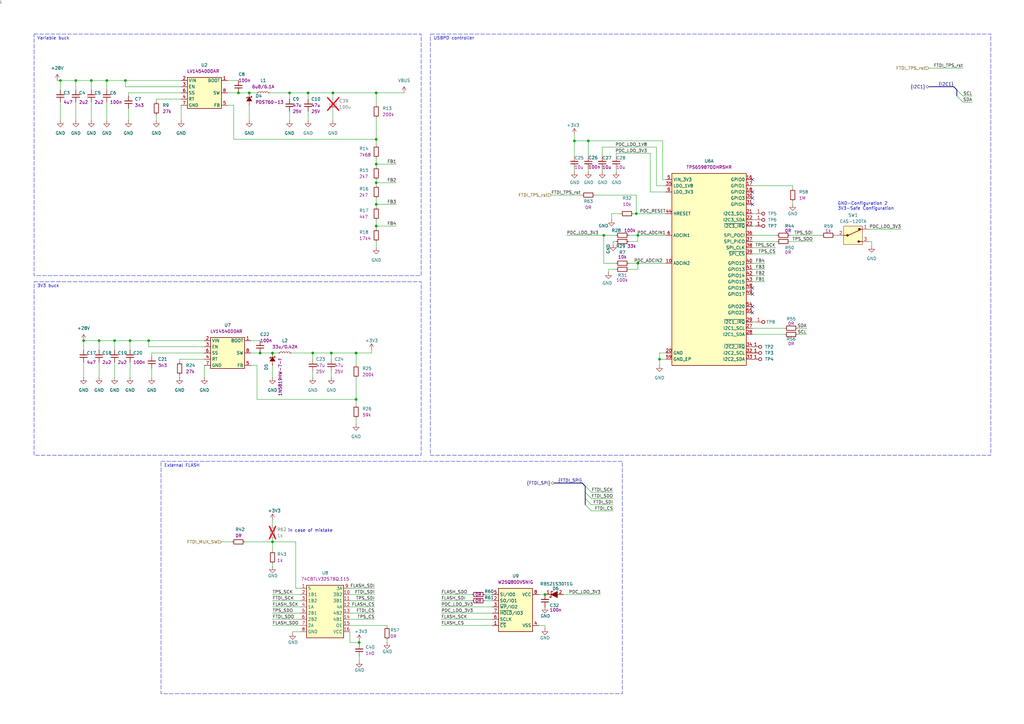
<source format=kicad_sch>
(kicad_sch (version 20230121) (generator eeschema)
  (paper "A3")
  (junction (at 235.585 57.785))
  (junction (at 34.29 139.7))
  (junction (at 51.435 33.02))
  (junction (at 135.89 144.78))
  (junction (at 24.765 33.02))
  (junction (at 106.68 144.78))
  (junction (at 111.76 144.78))
  (junction (at 136.525 38.1))
  (junction (at 223.52 243.84))
  (junction (at 154.305 83.82))
  (junction (at 53.34 139.7))
  (junction (at 146.05 144.78))
  (junction (at 111.76 222.25))
  (junction (at 146.05 163.83))
  (junction (at 128.27 144.78))
  (junction (at 154.305 67.31))
  (junction (at 102.235 38.1))
  (junction (at 37.465 33.02))
  (junction (at 260.985 87.63))
  (junction (at 270.51 147.32))
  (junction (at 97.79 38.1))
  (junction (at 60.96 139.7))
  (junction (at 40.64 139.7))
  (junction (at 118.745 38.1))
  (junction (at 154.305 57.15))
  (junction (at 126.365 38.1))
  (junction (at 31.115 33.02))
  (junction (at 154.305 92.71))
  (junction (at 147.32 263.525))
  (junction (at 247.65 96.52))
  (junction (at 154.305 38.1))
  (junction (at 43.815 33.02))
  (junction (at 241.3 57.785))
  (junction (at 46.99 139.7))
  (junction (at 154.305 74.93))
  (junction (at 261.62 96.52))
  (junction (at 261.62 107.95))
  (no_connect (at 308.61 78.74))
  (no_connect (at 308.61 120.65))
  (no_connect (at 308.61 73.66))
  (no_connect (at 308.61 128.27))
  (no_connect (at 308.61 83.82))
  (no_connect (at 308.61 118.11))
  (no_connect (at 308.61 81.28))
  (no_connect (at 308.61 125.73))
  (bus_entry (at 242.57 207.01) (size -2.54 -2.54))
  (bus_entry (at 242.57 201.93) (size -2.54 -2.54))
  (bus_entry (at 242.57 209.55) (size -2.54 -2.54))
  (bus_entry (at 242.57 204.47) (size -2.54 -2.54))
  (bus_entry (at 392.43 39.37) (size 2.54 2.54))
  (bus_entry (at 392.43 36.83) (size 2.54 2.54))
  (bus_alias "I2C1" (members "SCL" "SDA"))
  (wire (pts (xy 102.235 43.18) (xy 102.235 49.53)))
  (wire (pts (xy 252.73 99.06) (xy 251.46 99.06)))
  (wire (pts (xy 147.32 263.525) (xy 147.32 262.89)))
  (wire (pts (xy 93.345 33.02) (xy 97.79 33.02)))
  (wire (pts (xy 40.64 148.59) (xy 40.64 154.94)))
  (wire (pts (xy 46.99 139.7) (xy 53.34 139.7)))
  (wire (pts (xy 62.23 144.78) (xy 83.82 144.78)))
  (wire (pts (xy 53.34 139.7) (xy 60.96 139.7)))
  (wire (pts (xy 241.3 69.215) (xy 241.3 70.485)))
  (wire (pts (xy 308.61 90.17) (xy 309.88 90.17)))
  (wire (pts (xy 102.87 149.86) (xy 105.41 149.86)))
  (wire (pts (xy 223.52 243.84) (xy 220.98 243.84)))
  (wire (pts (xy 232.41 96.52) (xy 247.65 96.52)))
  (wire (pts (xy 118.745 38.1) (xy 126.365 38.1)))
  (wire (pts (xy 270.51 144.78) (xy 273.05 144.78)))
  (wire (pts (xy 220.98 256.54) (xy 223.52 256.54)))
  (wire (pts (xy 73.66 148.59) (xy 73.66 147.32)))
  (wire (pts (xy 242.57 209.55) (xy 251.46 209.55)))
  (wire (pts (xy 52.705 39.37) (xy 52.705 38.1)))
  (wire (pts (xy 37.465 33.02) (xy 43.815 33.02)))
  (bus (pts (xy 381 35.56) (xy 391.16 35.56)))
  (wire (pts (xy 247.65 96.52) (xy 247.65 107.95)))
  (wire (pts (xy 126.365 38.1) (xy 126.365 40.64)))
  (wire (pts (xy 308.61 113.03) (xy 313.69 113.03)))
  (wire (pts (xy 247.65 107.95) (xy 252.73 107.95)))
  (wire (pts (xy 93.345 43.18) (xy 95.885 43.18)))
  (wire (pts (xy 146.05 154.94) (xy 146.05 163.83)))
  (wire (pts (xy 260.985 87.63) (xy 273.05 87.63)))
  (wire (pts (xy 261.62 110.49) (xy 261.62 107.95)))
  (wire (pts (xy 154.305 67.31) (xy 154.305 68.58)))
  (wire (pts (xy 43.815 33.02) (xy 51.435 33.02)))
  (wire (pts (xy 273.05 73.66) (xy 271.78 73.66)))
  (wire (pts (xy 51.435 33.02) (xy 74.295 33.02)))
  (wire (pts (xy 24.765 33.02) (xy 31.115 33.02)))
  (wire (pts (xy 126.365 38.1) (xy 136.525 38.1)))
  (wire (pts (xy 136.525 45.72) (xy 136.525 49.53)))
  (wire (pts (xy 152.4 144.78) (xy 146.05 144.78)))
  (wire (pts (xy 259.715 87.63) (xy 260.985 87.63)))
  (wire (pts (xy 23.495 33.02) (xy 24.765 33.02)))
  (wire (pts (xy 180.975 243.84) (xy 193.675 243.84)))
  (wire (pts (xy 273.05 78.74) (xy 266.7 78.74)))
  (wire (pts (xy 120.015 259.715) (xy 120.015 259.08)))
  (wire (pts (xy 261.62 96.52) (xy 261.62 99.06)))
  (wire (pts (xy 246.38 243.84) (xy 231.14 243.84)))
  (wire (pts (xy 43.815 36.83) (xy 43.815 33.02)))
  (wire (pts (xy 154.305 73.66) (xy 154.305 74.93)))
  (wire (pts (xy 105.41 163.83) (xy 146.05 163.83)))
  (wire (pts (xy 46.99 143.51) (xy 46.99 139.7)))
  (wire (pts (xy 146.05 144.78) (xy 146.05 149.86)))
  (wire (pts (xy 95.885 57.15) (xy 154.305 57.15)))
  (bus (pts (xy 392.43 36.83) (xy 391.16 35.56)))
  (wire (pts (xy 201.93 251.46) (xy 180.975 251.46)))
  (wire (pts (xy 111.76 149.86) (xy 111.76 154.94)))
  (wire (pts (xy 146.05 171.45) (xy 146.05 173.99)))
  (wire (pts (xy 93.345 38.1) (xy 97.79 38.1)))
  (bus (pts (xy 240.03 199.39) (xy 238.76 198.12)))
  (wire (pts (xy 260.985 87.63) (xy 260.985 80.01)))
  (wire (pts (xy 249.555 110.49) (xy 252.73 110.49)))
  (wire (pts (xy 31.115 33.02) (xy 37.465 33.02)))
  (wire (pts (xy 62.23 146.05) (xy 62.23 144.78)))
  (wire (pts (xy 53.34 143.51) (xy 53.34 139.7)))
  (wire (pts (xy 241.3 57.785) (xy 271.78 57.785)))
  (wire (pts (xy 43.815 41.91) (xy 43.815 49.53)))
  (wire (pts (xy 394.97 39.37) (xy 398.78 39.37)))
  (wire (pts (xy 121.285 222.25) (xy 121.285 241.3)))
  (bus (pts (xy 240.03 199.39) (xy 240.03 201.93)))
  (wire (pts (xy 154.305 67.31) (xy 162.56 67.31)))
  (wire (pts (xy 64.135 49.53) (xy 64.135 46.99)))
  (wire (pts (xy 242.57 201.93) (xy 251.46 201.93)))
  (wire (pts (xy 154.305 81.28) (xy 154.305 83.82)))
  (wire (pts (xy 34.29 139.7) (xy 40.64 139.7)))
  (wire (pts (xy 24.765 36.83) (xy 24.765 33.02)))
  (wire (pts (xy 111.76 256.54) (xy 123.19 256.54)))
  (wire (pts (xy 308.61 96.52) (xy 318.77 96.52)))
  (wire (pts (xy 46.99 148.59) (xy 46.99 154.94)))
  (wire (pts (xy 308.61 137.16) (xy 321.945 137.16)))
  (wire (pts (xy 135.89 152.4) (xy 135.89 154.94)))
  (wire (pts (xy 269.24 60.325) (xy 269.24 76.2)))
  (wire (pts (xy 73.66 147.32) (xy 83.82 147.32)))
  (wire (pts (xy 111.76 251.46) (xy 123.19 251.46)))
  (wire (pts (xy 53.34 148.59) (xy 53.34 154.94)))
  (wire (pts (xy 154.305 64.77) (xy 154.305 67.31)))
  (wire (pts (xy 154.305 48.26) (xy 154.305 57.15)))
  (wire (pts (xy 257.81 96.52) (xy 261.62 96.52)))
  (wire (pts (xy 74.295 35.56) (xy 51.435 35.56)))
  (wire (pts (xy 242.57 204.47) (xy 251.46 204.47)))
  (wire (pts (xy 83.82 154.94) (xy 83.82 149.86)))
  (wire (pts (xy 111.76 213.36) (xy 111.76 215.9)))
  (wire (pts (xy 51.435 35.56) (xy 51.435 33.02)))
  (wire (pts (xy 102.87 139.7) (xy 106.68 139.7)))
  (wire (pts (xy 325.12 82.55) (xy 325.12 83.82)))
  (wire (pts (xy 180.975 248.92) (xy 201.93 248.92)))
  (wire (pts (xy 180.975 256.54) (xy 201.93 256.54)))
  (wire (pts (xy 37.465 41.91) (xy 37.465 49.53)))
  (wire (pts (xy 235.585 55.245) (xy 235.585 57.785)))
  (wire (pts (xy 342.265 96.52) (xy 343.535 96.52)))
  (wire (pts (xy 143.51 248.92) (xy 153.67 248.92)))
  (wire (pts (xy 118.745 38.1) (xy 118.745 40.64)))
  (wire (pts (xy 73.66 154.94) (xy 73.66 153.67)))
  (wire (pts (xy 146.05 163.83) (xy 146.05 166.37)))
  (wire (pts (xy 143.51 259.08) (xy 143.51 263.525)))
  (wire (pts (xy 97.79 38.1) (xy 102.235 38.1)))
  (wire (pts (xy 180.975 254) (xy 201.93 254)))
  (bus (pts (xy 392.43 36.83) (xy 392.43 39.37)))
  (wire (pts (xy 241.3 57.785) (xy 241.3 64.135)))
  (wire (pts (xy 235.585 69.215) (xy 235.585 70.485)))
  (wire (pts (xy 270.51 147.32) (xy 273.05 147.32)))
  (wire (pts (xy 308.61 134.62) (xy 321.945 134.62)))
  (wire (pts (xy 252.73 64.135) (xy 252.73 62.865)))
  (wire (pts (xy 308.61 101.6) (xy 318.135 101.6)))
  (wire (pts (xy 250.825 87.63) (xy 250.825 90.17)))
  (wire (pts (xy 52.705 49.53) (xy 52.705 44.45)))
  (wire (pts (xy 357.505 99.06) (xy 357.505 100.965)))
  (wire (pts (xy 111.76 243.84) (xy 123.19 243.84)))
  (wire (pts (xy 154.305 57.15) (xy 154.305 59.69)))
  (wire (pts (xy 100.33 222.25) (xy 111.76 222.25)))
  (wire (pts (xy 271.78 73.66) (xy 271.78 57.785)))
  (wire (pts (xy 64.135 41.91) (xy 64.135 40.64)))
  (wire (pts (xy 266.7 78.74) (xy 266.7 62.865)))
  (wire (pts (xy 198.755 243.84) (xy 201.93 243.84)))
  (wire (pts (xy 257.81 107.95) (xy 261.62 107.95)))
  (wire (pts (xy 158.75 256.54) (xy 158.75 257.175)))
  (wire (pts (xy 90.805 222.25) (xy 95.25 222.25)))
  (wire (pts (xy 369.57 93.98) (xy 356.235 93.98)))
  (wire (pts (xy 95.885 43.18) (xy 95.885 57.15)))
  (wire (pts (xy 325.12 76.2) (xy 325.12 77.47)))
  (wire (pts (xy 261.62 107.95) (xy 273.05 107.95)))
  (wire (pts (xy 247.65 96.52) (xy 252.73 96.52)))
  (wire (pts (xy 381 27.94) (xy 394.97 27.94)))
  (wire (pts (xy 261.62 96.52) (xy 273.05 96.52)))
  (wire (pts (xy 223.52 256.54) (xy 223.52 257.81)))
  (wire (pts (xy 198.755 246.38) (xy 201.93 246.38)))
  (wire (pts (xy 111.76 254) (xy 123.19 254)))
  (wire (pts (xy 143.51 241.3) (xy 153.67 241.3)))
  (wire (pts (xy 308.61 132.08) (xy 309.88 132.08)))
  (wire (pts (xy 121.285 241.3) (xy 123.19 241.3)))
  (wire (pts (xy 270.51 149.86) (xy 270.51 147.32)))
  (wire (pts (xy 128.27 144.78) (xy 128.27 147.32)))
  (wire (pts (xy 249.555 110.49) (xy 249.555 111.76)))
  (wire (pts (xy 111.76 222.25) (xy 121.285 222.25)))
  (wire (pts (xy 143.51 243.84) (xy 153.67 243.84)))
  (wire (pts (xy 270.51 147.32) (xy 270.51 144.78)))
  (wire (pts (xy 111.76 231.14) (xy 111.76 232.41)))
  (wire (pts (xy 118.745 45.72) (xy 118.745 49.53)))
  (wire (pts (xy 308.61 87.63) (xy 309.88 87.63)))
  (wire (pts (xy 152.4 143.51) (xy 152.4 144.78)))
  (wire (pts (xy 250.825 87.63) (xy 254.635 87.63)))
  (wire (pts (xy 136.525 38.1) (xy 136.525 40.64)))
  (wire (pts (xy 257.81 110.49) (xy 261.62 110.49)))
  (wire (pts (xy 154.305 92.71) (xy 154.305 93.98)))
  (wire (pts (xy 128.27 144.78) (xy 135.89 144.78)))
  (wire (pts (xy 31.115 41.91) (xy 31.115 49.53)))
  (wire (pts (xy 154.305 38.1) (xy 154.305 43.18)))
  (wire (pts (xy 24.765 41.91) (xy 24.765 49.53)))
  (wire (pts (xy 323.85 96.52) (xy 337.185 96.52)))
  (wire (pts (xy 135.89 144.78) (xy 146.05 144.78)))
  (wire (pts (xy 356.235 99.06) (xy 357.505 99.06)))
  (wire (pts (xy 64.135 40.64) (xy 74.295 40.64)))
  (wire (pts (xy 269.24 76.2) (xy 273.05 76.2)))
  (wire (pts (xy 119.38 144.78) (xy 128.27 144.78)))
  (wire (pts (xy 60.96 139.7) (xy 83.82 139.7)))
  (wire (pts (xy 102.235 38.1) (xy 105.41 38.1)))
  (bus (pts (xy 240.03 201.93) (xy 240.03 204.47)))
  (wire (pts (xy 135.89 144.78) (xy 135.89 147.32)))
  (wire (pts (xy 37.465 36.83) (xy 37.465 33.02)))
  (wire (pts (xy 40.64 143.51) (xy 40.64 139.7)))
  (bus (pts (xy 227.33 198.12) (xy 238.76 198.12)))
  (wire (pts (xy 154.305 90.17) (xy 154.305 92.71)))
  (wire (pts (xy 102.87 144.78) (xy 106.68 144.78)))
  (wire (pts (xy 154.305 74.93) (xy 162.56 74.93)))
  (wire (pts (xy 394.97 41.91) (xy 398.78 41.91)))
  (bus (pts (xy 240.03 204.47) (xy 240.03 207.01)))
  (wire (pts (xy 308.61 115.57) (xy 313.69 115.57)))
  (wire (pts (xy 111.76 222.25) (xy 111.76 226.06)))
  (wire (pts (xy 31.115 36.83) (xy 31.115 33.02)))
  (wire (pts (xy 34.29 143.51) (xy 34.29 139.7)))
  (wire (pts (xy 60.96 142.24) (xy 60.96 139.7)))
  (wire (pts (xy 154.305 99.06) (xy 154.305 101.6)))
  (wire (pts (xy 323.85 99.06) (xy 333.375 99.06)))
  (wire (pts (xy 247.015 60.325) (xy 269.24 60.325)))
  (wire (pts (xy 111.76 248.92) (xy 123.19 248.92)))
  (wire (pts (xy 154.305 83.82) (xy 162.56 83.82)))
  (wire (pts (xy 308.61 107.95) (xy 313.69 107.95)))
  (wire (pts (xy 83.82 142.24) (xy 60.96 142.24)))
  (wire (pts (xy 143.51 251.46) (xy 153.67 251.46)))
  (wire (pts (xy 40.64 139.7) (xy 46.99 139.7)))
  (wire (pts (xy 143.51 263.525) (xy 147.32 263.525)))
  (wire (pts (xy 252.73 69.215) (xy 252.73 70.485)))
  (wire (pts (xy 235.585 57.785) (xy 235.585 64.135)))
  (wire (pts (xy 308.61 99.06) (xy 318.77 99.06)))
  (wire (pts (xy 180.975 246.38) (xy 193.675 246.38)))
  (wire (pts (xy 120.015 259.08) (xy 123.19 259.08)))
  (wire (pts (xy 308.61 104.14) (xy 318.135 104.14)))
  (wire (pts (xy 252.73 62.865) (xy 266.7 62.865)))
  (wire (pts (xy 251.46 99.06) (xy 251.46 100.33)))
  (wire (pts (xy 308.61 110.49) (xy 313.69 110.49)))
  (wire (pts (xy 327.025 134.62) (xy 330.835 134.62)))
  (wire (pts (xy 147.32 264.16) (xy 147.32 263.525)))
  (wire (pts (xy 136.525 38.1) (xy 154.305 38.1)))
  (wire (pts (xy 158.75 262.255) (xy 158.75 263.525)))
  (wire (pts (xy 62.23 154.94) (xy 62.23 151.13)))
  (wire (pts (xy 143.51 254) (xy 153.67 254)))
  (wire (pts (xy 52.705 38.1) (xy 74.295 38.1)))
  (wire (pts (xy 154.305 74.93) (xy 154.305 76.2)))
  (wire (pts (xy 154.305 38.1) (xy 165.735 38.1)))
  (wire (pts (xy 308.61 76.2) (xy 325.12 76.2)))
  (wire (pts (xy 110.49 38.1) (xy 118.745 38.1)))
  (wire (pts (xy 106.68 144.78) (xy 111.76 144.78)))
  (wire (pts (xy 74.295 49.53) (xy 74.295 43.18)))
  (wire (pts (xy 308.61 92.71) (xy 309.88 92.71)))
  (wire (pts (xy 111.76 220.98) (xy 111.76 222.25)))
  (wire (pts (xy 247.015 60.325) (xy 247.015 64.135)))
  (wire (pts (xy 154.305 92.71) (xy 162.56 92.71)))
  (wire (pts (xy 147.32 269.24) (xy 147.32 271.145)))
  (wire (pts (xy 128.27 152.4) (xy 128.27 154.94)))
  (wire (pts (xy 111.76 144.78) (xy 114.3 144.78)))
  (wire (pts (xy 105.41 149.86) (xy 105.41 163.83)))
  (wire (pts (xy 247.015 69.215) (xy 247.015 70.485)))
  (wire (pts (xy 242.57 207.01) (xy 251.46 207.01)))
  (wire (pts (xy 143.51 246.38) (xy 153.67 246.38)))
  (wire (pts (xy 111.76 246.38) (xy 123.19 246.38)))
  (wire (pts (xy 243.84 80.01) (xy 260.985 80.01)))
  (wire (pts (xy 257.81 99.06) (xy 261.62 99.06)))
  (wire (pts (xy 235.585 57.785) (xy 241.3 57.785)))
  (wire (pts (xy 126.365 45.72) (xy 126.365 49.53)))
  (wire (pts (xy 226.06 80.01) (xy 238.76 80.01)))
  (wire (pts (xy 143.51 256.54) (xy 158.75 256.54)))
  (wire (pts (xy 34.29 148.59) (xy 34.29 154.94)))
  (wire (pts (xy 327.025 137.16) (xy 330.835 137.16)))
  (wire (pts (xy 154.305 83.82) (xy 154.305 85.09)))
  (rectangle (start 13.97 13.97) (end 172.72 113.03) (stroke (width 0) (type dash)))
  (rectangle (start 66.04 189.23) (end 255.27 284.48) (stroke (width 0) (type dash)))
  (rectangle (start 13.97 115.57) (end 172.72 186.69) (stroke (width 0) (type dash)))
  (rectangle (start 176.53 13.97) (end 406.4 186.69) (stroke (width 0) (type dash)))
  (text "External FLASH" (at 67.31 191.77 0) (effects (font (size 1.27 1.27)) (justify left bottom)))
  (text "GND-Configuration 2\n3V3-Safe Configuration\n" (at 343.535 86.36 0) (effects (font (size 1.27 1.27)) (justify left bottom)))
  (text "3V3 buck" (at 15.24 118.11 0) (effects (font (size 1.27 1.27)) (justify left bottom)))
  (text "in case of mistake" (at 118.11 218.44 0) (effects (font (size 1.27 1.27)) (justify left bottom)))
  (text "Variable buck" (at 15.24 16.51 0) (effects (font (size 1.27 1.27)) (justify left bottom)))
  (text "USBPD controller" (at 177.8 16.51 0) (effects (font (size 1.27 1.27)) (justify left bottom)))
  (label "FB1" (at 162.56 67.31 180))
  (label "FB3" (at 313.69 110.49 180))
  (label "FLASH_SDO" (at 111.76 256.54 0))
  (label "FB2" (at 313.69 113.03 180))
  (label "FTDI_CS" (at 251.46 209.55 180))
  (label "PDC_LDO_3V3" (at 180.975 248.92 0))
  (label "PDC_LDO_3V3" (at 265.43 62.865 180))
  (label "TPS_SDO" (at 111.76 251.46 0))
  (label "TPS_CS" (at 318.135 104.14 180))
  (label "{FTDI_SPI}" (at 238.76 198.12 180))
  (label "FTDI_SCK" (at 111.76 246.38 0))
  (label "TPS_SDI" (at 333.375 96.52 180))
  (label "FB4" (at 162.56 92.71 180))
  (label "FTDI_CS" (at 153.67 251.46 180))
  (label "FLASH_SDO" (at 180.975 243.84 0))
  (label "FB3" (at 162.56 83.82 180))
  (label "PDC_LDO_3V3" (at 369.57 93.98 180))
  (label "SCL" (at 330.835 137.16 180))
  (label "FLASH_CS" (at 180.975 256.54 0))
  (label "PDC_ADCIN2" (at 271.78 107.95 180))
  (label "PDC_RESET" (at 273.05 87.63 180))
  (label "TPS_SDI" (at 153.67 246.38 180))
  (label "FLASH_SDI" (at 153.67 241.3 180))
  (label "{I2C1}" (at 391.16 35.56 180))
  (label "FLASH_SDI" (at 180.975 246.38 0))
  (label "FTDI_SDO" (at 251.46 204.47 180))
  (label "PDC_LDO_1V8" (at 265.43 60.325 180))
  (label "FB2" (at 162.56 74.93 180))
  (label "PDC_LDO_3V3" (at 232.41 96.52 0))
  (label "PDC_ADCIN1" (at 273.05 96.52 180))
  (label "TPS_CS" (at 153.67 254 180))
  (label "FLASH_CS" (at 153.67 248.92 180))
  (label "FTDI_TPS_rst" (at 394.97 27.94 180))
  (label "SDA" (at 330.835 134.62 180))
  (label "FB4" (at 313.69 107.95 180))
  (label "PDC_LDO_3V3" (at 246.38 243.84 180))
  (label "SCL" (at 398.78 39.37 180))
  (label "FLASH_SCK" (at 111.76 248.92 0))
  (label "FTDI_TPS_rst" (at 226.06 80.01 0))
  (label "FTDI_SDO" (at 111.76 254 0))
  (label "TPS_SCK" (at 111.76 243.84 0))
  (label "FTDI_SDI" (at 153.67 243.84 180))
  (label "TPS_SDO" (at 333.375 99.06 180))
  (label "SDA" (at 398.78 41.91 180))
  (label "FLASH_SCK" (at 180.975 254 0))
  (label "FTDI_SCK" (at 251.46 201.93 180))
  (label "TPS_SCK" (at 318.135 101.6 180))
  (label "FB1" (at 313.69 115.57 180))
  (label "FTDI_SDI" (at 251.46 207.01 180))
  (label "PDC_LDO_3V3" (at 180.975 251.46 0))
  (hierarchical_label "FTDI_TPS_rst" (shape input) (at 226.06 80.01 180))
  (hierarchical_label "{I2C1}" (shape bidirectional) (at 381 35.56 180))
  (hierarchical_label "{FTDI_SPI}" (shape bidirectional) (at 227.33 198.12 180))
  (hierarchical_label "FTDI_MUX_SW" (shape input) (at 90.805 222.25 180))
  (hierarchical_label "FTDI_TPS_rst" (shape input) (at 381 27.94 180))
  (symbol (lib_id "antmicroResistors0402:R_33k_0402") (at 252.73 99.06 0) (unit 1)
    (property "Reference" "R29" (at 254.635 100.965 0))
    (property "Value" "R_33k_0402" (effects hide))
    (property "Footprint" "antmicro-footprints:R_0402_1005Metric" (effects hide))
    (property "Datasheet" "https://www.bourns.com/docs/product-datasheets/cr.pdf" (effects hide))
    (property "MPN" "CR0402-FX-3302GLF" (effects hide))
    (property "Manufacturer" "Bourns" (effects hide))
    (property "License" "Apache-2.0" (effects hide))
    (property "Author" "Antmicro" (effects hide))
    (property "Val" "33k" (at 259.08 100.965 0))
    (property "Tolerance" "1%" (effects hide))
  )
  (symbol (lib_id "antmicropower:GND") (at 118.745 49.53 0) (unit 1)
    (property "Reference" "#PWR017" (effects hide))
    (property "Value" "GND" (at 118.745 54.61 0))
    (property "Author" "Antmicro" (effects hide))
    (property "License" "Apache-2.0" (effects hide))
  )
  (symbol (lib_id "antmicropower:GND") (at 146.05 173.99 0) (unit 1)
    (property "Reference" "#PWR047" (effects hide))
    (property "Value" "GND" (at 146.05 179.07 0))
    (property "Author" "Antmicro" (effects hide))
    (property "License" "Apache-2.0" (effects hide))
  )
  (symbol (lib_id "antmicropower:GND") (at 24.765 49.53 0) (unit 1)
    (property "Reference" "#PWR09" (effects hide))
    (property "Value" "GND" (at 24.765 54.61 0))
    (property "Author" "Antmicro" (effects hide))
    (property "License" "Apache-2.0" (effects hide))
  )
  (symbol (lib_id "antmicropower:GND") (at 251.46 100.33 0) (unit 1)
    (property "Reference" "#PWR057" (effects hide))
    (property "Value" "GND" (at 250.19 104.14 90) (effects (justify left bottom)))
    (property "Author" "Antmicro" (effects hide))
    (property "License" "Apache-2.0" (effects hide))
  )
  (symbol (lib_id "antmicropower:GND") (at 223.52 257.81 0) (unit 1)
    (property "Reference" "#PWR074" (effects hide))
    (property "Value" "GND" (at 223.52 261.62 0))
    (property "Author" "Antmicro" (effects hide))
    (property "License" "Apache-2.0" (effects hide))
  )
  (symbol (lib_id "antmicroResistors0402:R_0R_0402") (at 193.675 243.84 0) (unit 1)
    (property "Reference" "R60" (at 200.66 242.57 0))
    (property "Value" "R_0R_0402" (effects hide))
    (property "Footprint" "antmicro-footprints:R_0402_1005Metric" (effects hide))
    (property "Datasheet" "https://industrial.panasonic.com/cdbs/www-data/pdf/RDA0000/AOA0000C301.pdf" (effects hide))
    (property "MPN" "ERJ2GE0R00X" (effects hide))
    (property "Manufacturer" "Panasonic" (effects hide))
    (property "License" "Apache-2.0" (effects hide))
    (property "Author" "Antmicro" (effects hide))
    (property "Val" "0R" (at 196.215 243.84 0))
    (property "Current" "1A" (effects hide))
  )
  (symbol (lib_id "antmicroCapacitors0603:C_100n_100V_X7R_0603") (at 43.815 41.91 90) (unit 1)
    (property "Reference" "C6" (at 45.085 38.1 90) (effects (justify right)))
    (property "Value" "C_100n_100V_X7R_0603" (effects hide))
    (property "Footprint" "antmicro-footprints:C_0603_1608Metric" (effects hide))
    (property "Datasheet" "https://www.kemet.com/en/us/capacitors/product/C0603C104J1RACTU.html" (effects hide))
    (property "MPN" "C0603C104J1RACTU" (effects hide))
    (property "Val" "100n" (at 45.085 41.91 90) (effects (justify right)))
    (property "Voltage" "100V" (effects hide))
    (property "Dielectric" "X7R" (effects hide))
    (property "Manufacturer" "KEMET" (effects hide))
    (property "License" "Apache-2.0" (effects hide))
    (property "Author" "Antmicro" (effects hide))
  )
  (symbol (lib_id "antmicroTestPoints:TP_0.75mm_SMD") (at 309.88 87.63 0) (unit 1) (in_bom no)
    (property "Reference" "TP5" (at 314.96 87.63 0) (effects (justify left)))
    (property "Value" "TP_0.75mm_SMD" (effects hide))
    (property "Footprint" "antmicro-footprints:TP_SMD_0.75mm" (effects hide))
    (property "Author" "Antmicro" (effects hide))
    (property "License" "Apache-2.0" (effects hide))
  )
  (symbol (lib_id "antmicroCapacitorsmisc:C_2u2_1210") (at 46.99 148.59 90) (unit 1)
    (property "Reference" "C19" (at 48.26 144.78 90) (effects (justify right)))
    (property "Value" "C_2u2_1210" (effects hide))
    (property "Footprint" "antmicro-footprints:C_1210_3225Metric" (effects hide))
    (property "Datasheet" "https://product.tdk.com/en/search/capacitor/ceramic/mlcc/info?part_no=C3225X7R2A225K230AB" (effects hide))
    (property "MPN" "C3225X7R2A225K230AB" (effects hide))
    (property "Manufacturer" "TDK" (effects hide))
    (property "License" "Apache-2.0" (effects hide))
    (property "Author" "Antmicro" (effects hide))
    (property "Val" "2u2" (at 48.26 148.59 90) (effects (justify right)))
  )
  (symbol (lib_id "antmicroInterfaceControllers:TPS65987DDHRSHR") (at 273.05 73.66 0) (unit 1)
    (property "Reference" "U6" (at 290.83 66.04 0))
    (property "Value" "TPS65987DDHRSHR" (effects hide))
    (property "Footprint" "antmicro-footprints:IC_TPS65987DDHRSHR" (effects hide))
    (property "Datasheet" "https://www.ti.com/lit/ds/symlink/tps65987d.pdf?ts=1720696952762&ref_url=https%253A%252F%252Fwww.ti.com%252Fproduct%252FTPS65987D%253Fbm-verify%253DAAQAAAAJ_____-o1LmU18E_WILkZVvHcuKcPEfFwTS6tlsW23TXkZNPfmEOYosFoIDVa7Oh0Ev5AAtjNRV4ReLn5eUD6s97WJfgAA_3PhpK-eL4wPHvTUXD1m6m55vocQ48bEQGa5RdOjfzwFS_n64Qgq_LV0eCM8BpVDumG4dpzVJRXXmSapYB1T1asOudiO5noPttKmAGgLVVJvd_Rmvs30u_CZ2y8V--rVvb0aqpgdV8xphKy6VS4nXHBIvJslmLIeV6BQAwkbF2aqBvN7X1bD4bCuRQBwj8ZENhQeurU-sJFAEMwDe3QxEmxyKw" (effects hide))
    (property "MPN" "TPS65987DDHRSHR" (at 290.83 68.58 0))
    (property "Manufacturer" "Texas Instruments" (effects hide))
    (property "License" "Apache-2.0" (effects hide))
    (property "Author" "Antmicro" (effects hide))
  )
  (symbol (lib_id "antmicroResistors0402:R_59k_0402") (at 146.05 171.45 90) (unit 1)
    (property "Reference" "R26" (at 148.59 167.64 90) (effects (justify right)))
    (property "Value" "R_59k_0402" (effects hide))
    (property "Footprint" "antmicro-footprints:R_0402_1005Metric" (effects hide))
    (property "Datasheet" "https://www.bourns.com/docs/product-datasheets/cr.pdf" (effects hide))
    (property "MPN" "CR0402-FX-5902GLF" (effects hide))
    (property "Manufacturer" "Bourns" (effects hide))
    (property "License" "Apache-2.0" (effects hide))
    (property "Author" "Antmicro" (effects hide))
    (property "Val" "59k" (at 148.59 170.18 90) (effects (justify right)))
    (property "Tolerance" "1%" (effects hide))
  )
  (symbol (lib_id "antmicropower:+3V3") (at 235.585 55.245 0) (unit 1)
    (property "Reference" "#PWR051" (effects hide))
    (property "Value" "+3V3" (at 232.41 52.07 0) (effects (justify left bottom)))
  )
  (symbol (lib_id "antmicroCapacitors0402:C_100n_0402") (at 223.52 248.92 90) (unit 1)
    (property "Reference" "C32" (at 225.425 248.285 90) (effects (justify right)))
    (property "Value" "C_100n_0402" (effects hide))
    (property "Footprint" "antmicro-footprints:C_0402_1005Metric" (effects hide))
    (property "Datasheet" "https://search.murata.co.jp/Ceramy/image/img/A01X/G101/ENG/GRM155R61H104KE14-01.pdf" (effects hide))
    (property "Manufacturer" "Murata" (effects hide))
    (property "MPN" "GRM155R61H104KE14D" (effects hide))
    (property "Val" "100n" (at 225.425 250.19 90) (effects (justify right)))
    (property "License" "Apache-2.0" (effects hide))
    (property "Author" "Antmicro" (effects hide))
    (property "Voltage" "50V" (effects hide))
    (property "Dielectric" "X5R" (effects hide))
  )
  (symbol (lib_id "antmicroResistors0402:R_0R_0402") (at 100.33 222.25 180) (unit 1)
    (property "Reference" "R42" (at 96.52 217.17 0) (effects (justify right)))
    (property "Value" "R_0R_0402" (effects hide))
    (property "Footprint" "antmicro-footprints:R_0402_1005Metric" (effects hide))
    (property "Datasheet" "https://industrial.panasonic.com/cdbs/www-data/pdf/RDA0000/AOA0000C301.pdf" (effects hide))
    (property "MPN" "ERJ2GE0R00X" (effects hide))
    (property "Manufacturer" "Panasonic" (effects hide))
    (property "License" "Apache-2.0" (effects hide))
    (property "Author" "Antmicro" (effects hide))
    (property "Val" "0R" (at 96.52 219.71 0) (effects (justify right)))
    (property "Current" "1A" (effects hide))
  )
  (symbol (lib_id "antmicroTestPoints:TP_0.75mm_SMD") (at 309.88 92.71 0) (unit 1) (in_bom no)
    (property "Reference" "TP7" (at 314.96 92.71 0) (effects (justify left)))
    (property "Value" "TP_0.75mm_SMD" (effects hide))
    (property "Footprint" "antmicro-footprints:TP_SMD_0.75mm" (effects hide))
    (property "Author" "Antmicro" (effects hide))
    (property "License" "Apache-2.0" (effects hide))
  )
  (symbol (lib_id "antmicroTestPoints:TP_0.75mm_SMD") (at 308.61 142.24 0) (unit 1) (in_bom no)
    (property "Reference" "TP2" (at 313.69 142.24 0) (effects (justify left)))
    (property "Value" "TP_0.75mm_SMD" (effects hide))
    (property "Footprint" "antmicro-footprints:TP_SMD_0.75mm" (effects hide))
    (property "Author" "Antmicro" (effects hide))
    (property "License" "Apache-2.0" (effects hide))
  )
  (symbol (lib_id "antmicroDiodesRectifiersSingle:PDS760") (at 102.235 38.1 270) (unit 1)
    (property "Reference" "D4" (at 104.775 39.37 90) (effects (justify left)))
    (property "Value" "PDS760" (effects hide))
    (property "Footprint" "antmicro-footprints:PowerDI5" (effects hide))
    (property "Datasheet" "https://www.diodes.com/assets/Datasheets/ds30470.pdf" (effects hide))
    (property "Manufacturer" "Diodes Incorporated" (effects hide))
    (property "MPN" "PDS760-13" (at 104.775 41.91 90) (effects (justify left)))
    (property "Author" "Antmicro" (effects hide))
    (property "License" "Apache-2.0" (effects hide))
  )
  (symbol (lib_id "antmicroCapacitorsmisc:C_47u_25V_1206") (at 128.27 152.4 90) (unit 1)
    (property "Reference" "C23" (at 129.54 147.32 90) (effects (justify right)))
    (property "Value" "C_47u_25V_1206" (effects hide))
    (property "Footprint" "antmicro-footprints:C_1206_3216Metric" (effects hide))
    (property "Datasheet" "https://product.tdk.com/en/search/capacitor/ceramic/mlcc/info?part_no=C3216X5R1E476M160AC" (effects hide))
    (property "MPN" "C3216X5R1E476M160AC" (effects hide))
    (property "Val" "47u" (at 129.54 149.86 90) (effects (justify right)))
    (property "Dielectric" "X5R" (effects hide))
    (property "Voltage" "25V" (at 129.54 152.4 90) (effects (justify right)))
    (property "Manufacturer" "TDK" (effects hide))
    (property "Author" "Antmicro" (effects hide))
    (property "License" "Apache-2.0" (effects hide))
  )
  (symbol (lib_id "antmicropower:GND") (at 43.815 49.53 0) (unit 1)
    (property "Reference" "#PWR012" (effects hide))
    (property "Value" "GND" (at 43.815 54.61 0))
    (property "Author" "Antmicro" (effects hide))
    (property "License" "Apache-2.0" (effects hide))
  )
  (symbol (lib_id "antmicropower:GND") (at 111.76 154.94 0) (unit 1)
    (property "Reference" "#PWR043" (effects hide))
    (property "Value" "GND" (at 111.76 160.02 0))
    (property "Author" "Antmicro" (effects hide))
    (property "License" "Apache-2.0" (effects hide))
  )
  (symbol (lib_id "antmicroInterfaceAnalogSwitchesMultiplexersDemultiplexers:74CBTLV3257_VQFN") (at 123.19 241.3 0) (unit 1)
    (property "Reference" "U8" (at 133.35 234.95 0))
    (property "Value" "74CBTLV3257_VQFN" (effects hide))
    (property "Footprint" "antmicro-footprints:DHVQFN-16-1EP_2.5x3.5mm_P0.5mm" (effects hide))
    (property "Datasheet" "https://www.mouser.com/datasheet/2/916/74CBTLV3257-1318253.pdf" (effects hide))
    (property "MPN" "74CBTLV3257BQ,115" (at 133.35 237.49 0))
    (property "Manufacturer" "Nexperia" (effects hide))
    (property "Author" "Antmicro" (effects hide))
    (property "License" "Apache-2.0" (effects hide))
  )
  (symbol (lib_id "antmicropower:GND") (at 128.27 154.94 0) (unit 1)
    (property "Reference" "#PWR044" (effects hide))
    (property "Value" "GND" (at 128.27 160.02 0))
    (property "Author" "Antmicro" (effects hide))
    (property "License" "Apache-2.0" (effects hide))
  )
  (symbol (lib_id "antmicroCapacitorspol:C_Pol_100u_35V_Panasonic-FP-D8-D6.3mm-H7.7mm") (at 136.525 40.64 270) (unit 1) (in_bom no) (dnp yes)
    (property "Reference" "C39" (at 139.065 41.3766 90) (effects (justify left)))
    (property "Value" "C_Pol_100u_35V_Panasonic-FP-D8-D6.3mm-H7.7mm" (effects hide))
    (property "Footprint" "antmicro-footprints:C_Pol_Panasonic-D8-D6.3mm-H7.7mm" (effects hide))
    (property "Datasheet" "https://industrial.panasonic.com/sa/products/pt/aluminum-cap-smd/models/EEEFPV101XAP" (effects hide))
    (property "Val" "100u" (at 139.065 43.9166 90) (effects (justify left)))
    (property "MPN" "EEEFPV101XAP" (effects hide))
    (property "Manufacturer" "Panasonic" (effects hide))
    (property "License" "Apache-2.0" (effects hide))
    (property "Author" "Antmicro" (effects hide))
    (property "Voltage" "35V" (effects hide))
    (property "Dielectric" "template_dielectric" (effects hide))
    (property "DNP" "DNP" (at 0.0 0.0 0) (effects (font (size 1.0 1.0))))
  )
  (symbol (lib_id "antmicropower:GND") (at 62.23 154.94 0) (unit 1)
    (property "Reference" "#PWR040" (effects hide))
    (property "Value" "GND" (at 62.23 160.02 0))
    (property "Author" "Antmicro" (effects hide))
    (property "License" "Apache-2.0" (effects hide))
  )
  (symbol (lib_id "antmicropower:GND") (at 241.3 70.485 0) (unit 1)
    (property "Reference" "#PWR053" (effects hide))
    (property "Value" "GND" (at 239.395 75.565 0) (effects (justify left bottom)))
    (property "Author" "Antmicro" (effects hide))
    (property "License" "Apache-2.0" (effects hide))
  )
  (symbol (lib_id "antmicropower:GND") (at 249.555 111.76 0) (unit 1)
    (property "Reference" "#PWR055" (effects hide))
    (property "Value" "GND" (at 247.015 116.84 0) (effects (justify left bottom)))
    (property "Author" "Antmicro" (effects hide))
    (property "License" "Apache-2.0" (effects hide))
  )
  (symbol (lib_id "antmicroResistors0402:R_0R_0402") (at 193.675 246.38 0) (unit 1)
    (property "Reference" "R61" (at 200.66 245.11 0))
    (property "Value" "R_0R_0402" (effects hide))
    (property "Footprint" "antmicro-footprints:R_0402_1005Metric" (effects hide))
    (property "Datasheet" "https://industrial.panasonic.com/cdbs/www-data/pdf/RDA0000/AOA0000C301.pdf" (effects hide))
    (property "MPN" "ERJ2GE0R00X" (effects hide))
    (property "Manufacturer" "Panasonic" (effects hide))
    (property "License" "Apache-2.0" (effects hide))
    (property "Author" "Antmicro" (effects hide))
    (property "Val" "0R" (at 196.215 246.38 0))
    (property "Current" "1A" (effects hide))
  )
  (symbol (lib_id "antmicroResistors0402:R_0R_0402") (at 321.945 137.16 0) (unit 1)
    (property "Reference" "R56" (at 324.485 139.065 0))
    (property "Value" "R_0R_0402" (effects hide))
    (property "Footprint" "antmicro-footprints:R_0402_1005Metric" (effects hide))
    (property "Datasheet" "https://industrial.panasonic.com/cdbs/www-data/pdf/RDA0000/AOA0000C301.pdf" (effects hide))
    (property "MPN" "ERJ2GE0R00X" (effects hide))
    (property "Manufacturer" "Panasonic" (effects hide))
    (property "License" "Apache-2.0" (effects hide))
    (property "Author" "Antmicro" (effects hide))
    (property "Val" "0R" (at 324.485 140.97 0))
    (property "Current" "1A" (effects hide))
  )
  (symbol (lib_id "antmicroCapacitorsmisc:C_47u_25V_1206") (at 118.745 45.72 90) (unit 1)
    (property "Reference" "C9" (at 120.015 40.64 90) (effects (justify right)))
    (property "Value" "C_47u_25V_1206" (effects hide))
    (property "Footprint" "antmicro-footprints:C_1206_3216Metric" (effects hide))
    (property "Datasheet" "https://product.tdk.com/en/search/capacitor/ceramic/mlcc/info?part_no=C3216X5R1E476M160AC" (effects hide))
    (property "MPN" "C3216X5R1E476M160AC" (effects hide))
    (property "Val" "47u" (at 120.015 43.18 90) (effects (justify right)))
    (property "Dielectric" "X5R" (effects hide))
    (property "Voltage" "25V" (at 120.015 45.72 90) (effects (justify right)))
    (property "Manufacturer" "TDK" (effects hide))
    (property "Author" "Antmicro" (effects hide))
    (property "License" "Apache-2.0" (effects hide))
  )
  (symbol (lib_id "antmicroResistors0402:R_1M_0402") (at 325.12 82.55 90) (unit 1)
    (property "Reference" "R58" (at 327.66 78.74 90) (effects (justify right)))
    (property "Value" "R_1M_0402" (effects hide))
    (property "Footprint" "antmicro-footprints:R_0402_1005Metric" (effects hide))
    (property "Datasheet" "https://www.bourns.com/docs/product-datasheets/cr.pdf" (effects hide))
    (property "MPN" "CR0402-FX-1004GLF" (effects hide))
    (property "Manufacturer" "Bourns" (effects hide))
    (property "License" "Apache-2.0" (effects hide))
    (property "Author" "Antmicro" (effects hide))
    (property "Val" "1M" (at 327.66 81.28 90) (effects (justify right)))
    (property "Tolerance" "1%" (effects hide))
  )
  (symbol (lib_id "antmicroResistors0402:R_1k_0402") (at 337.185 96.52 0) (mirror x) (unit 1)
    (property "Reference" "R59" (at 337.82 92.075 0) (effects (justify left bottom)))
    (property "Value" "R_1k_0402" (effects hide))
    (property "Footprint" "antmicro-footprints:R_0402_1005Metric" (effects hide))
    (property "Datasheet" "https://www.bourns.com/docs/product-datasheets/cr.pdf" (effects hide))
    (property "Manufacturer" "Bourns" (effects hide))
    (property "MPN" "CR0402-FX-1001GLF" (effects hide))
    (property "Val" "1k" (at 338.455 93.98 0) (effects (justify left bottom)))
    (property "License" "Apache-2.0" (effects hide))
    (property "Author" "Antmicro" (effects hide))
    (property "Tolerance" "1%" (effects hide))
  )
  (symbol (lib_id "antmicropower:GND") (at 34.29 154.94 0) (unit 1)
    (property "Reference" "#PWR036" (effects hide))
    (property "Value" "GND" (at 34.29 160.02 0))
    (property "Author" "Antmicro" (effects hide))
    (property "License" "Apache-2.0" (effects hide))
  )
  (symbol (lib_id "antmicropower:GND") (at 83.82 154.94 0) (unit 1)
    (property "Reference" "#PWR042" (effects hide))
    (property "Value" "GND" (at 83.82 160.02 0))
    (property "Author" "Antmicro" (effects hide))
    (property "License" "Apache-2.0" (effects hide))
  )
  (symbol (lib_id "antmicropower:+28V") (at 23.495 33.02 0) (unit 1)
    (property "Reference" "#PWR08" (effects hide))
    (property "Value" "+28V" (at 23.495 27.94 0))
  )
  (symbol (lib_id "antmicropower:GND") (at 120.015 259.715 0) (unit 1)
    (property "Reference" "#PWR065" (effects hide))
    (property "Value" "GND" (at 118.11 264.16 0) (effects (justify left bottom)))
    (property "Author" "Antmicro" (effects hide))
    (property "License" "Apache-2.0" (effects hide))
  )
  (symbol (lib_id "antmicroDiodesRectifiersSingle:1N5819HW-7-F") (at 111.76 144.78 270) (unit 1)
    (property "Reference" "D5" (at 109.22 149.225 0) (effects (justify left)))
    (property "Value" "1N5819HW-7-F" (effects hide))
    (property "Footprint" "antmicro-footprints:D_SOD-123" (effects hide))
    (property "Datasheet" "https://www.diodes.com/assets/Datasheets/ds30217.pdf" (effects hide))
    (property "MPN" "1N5819HW-7-F" (at 114.935 146.685 0) (effects (justify left)))
    (property "Manufacturer" "Diodes Incorporated" (effects hide))
    (property "Author" "Antmicro" (effects hide))
    (property "License" "Apache-2.0" (effects hide))
  )
  (symbol (lib_id "antmicroResistors0402:R_100k_0402") (at 252.73 110.49 0) (unit 1)
    (property "Reference" "R31" (at 253.365 113.665 0) (effects (justify left bottom)))
    (property "Value" "R_100k_0402" (effects hide))
    (property "Footprint" "antmicro-footprints:R_0402_1005Metric" (effects hide))
    (property "Datasheet" "https://www.bourns.com/docs/product-datasheets/cr.pdf" (effects hide))
    (property "Manufacturer" "Bourns" (effects hide))
    (property "MPN" "CR0402-FX-1003GLF" (effects hide))
    (property "Val" "100k" (at 252.73 115.57 0) (effects (justify left bottom)))
    (property "License" "Apache-2.0" (effects hide))
    (property "Author" "Antmicro" (effects hide))
    (property "Tolerance" "1%" (effects hide))
  )
  (symbol (lib_id "antmicropower:GND") (at 250.825 90.17 0) (mirror y) (unit 1)
    (property "Reference" "#PWR056" (effects hide))
    (property "Value" "GND" (at 249.555 93.345 0) (effects (justify left bottom)))
    (property "Author" "Antmicro" (effects hide))
    (property "License" "Apache-2.0" (effects hide))
  )
  (symbol (lib_id "antmicropower:GND") (at 252.73 70.485 0) (unit 1)
    (property "Reference" "#PWR058" (effects hide))
    (property "Value" "GND" (at 250.825 75.565 0) (effects (justify left bottom)))
    (property "Author" "Antmicro" (effects hide))
    (property "License" "Apache-2.0" (effects hide))
  )
  (symbol (lib_id "antmicroCapacitorsmisc:C_2u2_1210") (at 31.115 41.91 90) (unit 1)
    (property "Reference" "C4" (at 32.385 38.1 90) (effects (justify right)))
    (property "Value" "C_2u2_1210" (effects hide))
    (property "Footprint" "antmicro-footprints:C_1210_3225Metric" (effects hide))
    (property "Datasheet" "https://product.tdk.com/en/search/capacitor/ceramic/mlcc/info?part_no=C3225X7R2A225K230AB" (effects hide))
    (property "MPN" "C3225X7R2A225K230AB" (effects hide))
    (property "Manufacturer" "TDK" (effects hide))
    (property "License" "Apache-2.0" (effects hide))
    (property "Author" "Antmicro" (effects hide))
    (property "Val" "2u2" (at 32.385 41.91 90) (effects (justify right)))
  )
  (symbol (lib_id "antmicroFixedInductors:L_33u_0.42A_WE-TPC-3816") (at 114.3 144.78 0) (unit 1)
    (property "Reference" "L2" (at 116.84 139.7 0))
    (property "Value" "L_33u_0.42A_WE-TPC-3816" (effects hide))
    (property "Footprint" "antmicro-footprints:L_WE-TPC-3816" (effects hide))
    (property "Datasheet" "https://www.we-online.com/components/products/datasheet/744031330.pdf" (effects hide))
    (property "Val" "33u/0.42A" (at 116.84 142.24 0))
    (property "Manufacturer" "Würth Elektronik" (effects hide))
    (property "MPN" "744031330" (effects hide))
    (property "ISat" "0.32 A" (effects hide))
    (property "IMax" "0.42 A" (effects hide))
    (property "Size" "3.8x3.8" (effects hide))
    (property "Author" "Antmicro" (effects hide))
    (property "License" "Apache-2.0" (effects hide))
  )
  (symbol (lib_id "antmicropower:GND") (at 37.465 49.53 0) (unit 1)
    (property "Reference" "#PWR011" (effects hide))
    (property "Value" "GND" (at 37.465 54.61 0))
    (property "Author" "Antmicro" (effects hide))
    (property "License" "Apache-2.0" (effects hide))
  )
  (symbol (lib_id "antmicropower:GND") (at 235.585 70.485 0) (unit 1)
    (property "Reference" "#PWR052" (effects hide))
    (property "Value" "GND" (at 233.68 75.565 0) (effects (justify left bottom)))
    (property "Author" "Antmicro" (effects hide))
    (property "License" "Apache-2.0" (effects hide))
  )
  (symbol (lib_id "antmicropower:GND") (at 102.235 49.53 0) (unit 1)
    (property "Reference" "#PWR016" (effects hide))
    (property "Value" "GND" (at 102.235 54.61 0))
    (property "Author" "Antmicro" (effects hide))
    (property "License" "Apache-2.0" (effects hide))
  )
  (symbol (lib_id "antmicroResistors0402:R_0R_0402") (at 318.77 99.06 0) (unit 1)
    (property "Reference" "R50" (at 323.85 101.6 0))
    (property "Value" "R_0R_0402" (effects hide))
    (property "Footprint" "antmicro-footprints:R_0402_1005Metric" (effects hide))
    (property "Datasheet" "https://industrial.panasonic.com/cdbs/www-data/pdf/RDA0000/AOA0000C301.pdf" (effects hide))
    (property "MPN" "ERJ2GE0R00X" (effects hide))
    (property "Manufacturer" "Panasonic" (effects hide))
    (property "License" "Apache-2.0" (effects hide))
    (property "Author" "Antmicro" (effects hide))
    (property "Val" "0R" (at 323.215 103.505 0))
    (property "Current" "1A" (effects hide))
  )
  (symbol (lib_id "antmicroCapacitors0402:C_3n3_0402") (at 52.705 44.45 90) (unit 1)
    (property "Reference" "C7" (at 55.245 40.6336 90) (effects (justify right)))
    (property "Value" "C_3n3_0402" (effects hide))
    (property "Footprint" "antmicro-footprints:C_0402_1005Metric" (effects hide))
    (property "Datasheet" "https://www.kemet.com/en/us/capacitors/product/C0402C332K5RAC.html" (effects hide))
    (property "MPN" "C0402C332K5RAC" (effects hide))
    (property "Manufacturer" "KEMET" (effects hide))
    (property "License" "Apache-2.0" (effects hide))
    (property "Author" "Antmicro" (effects hide))
    (property "Val" "3n3" (at 55.245 43.1736 90) (effects (justify right)))
    (property "Voltage" "50V" (effects hide))
    (property "Dielectric" "X7R" (effects hide))
  )
  (symbol (lib_id "antmicroCapacitors0402:C_1n0_0402") (at 147.32 269.24 90) (unit 1)
    (property "Reference" "C40" (at 149.86 265.4236 90) (effects (justify right)))
    (property "Value" "C_1n0_0402" (effects hide))
    (property "Footprint" "antmicro-footprints:C_0402_1005Metric" (effects hide))
    (property "Datasheet" "https://www.we-online.com/components/products/datasheet/885012005018.pdf" (effects hide))
    (property "MPN" "885012005018" (effects hide))
    (property "Manufacturer" "Würth Elektronik" (effects hide))
    (property "License" "Apache-2.0" (effects hide))
    (property "Author" "Antmicro" (effects hide))
    (property "Val" "1n0" (at 149.86 267.9636 90) (effects (justify right)))
  )
  (symbol (lib_id "antmicropower:GND") (at 53.34 154.94 0) (unit 1)
    (property "Reference" "#PWR039" (effects hide))
    (property "Value" "GND" (at 53.34 160.02 0))
    (property "Author" "Antmicro" (effects hide))
    (property "License" "Apache-2.0" (effects hide))
  )
  (symbol (lib_id "antmicroResistors0402:R_27k_0402") (at 64.135 46.99 90) (unit 1)
    (property "Reference" "R9" (at 66.675 43.18 90) (effects (justify right)))
    (property "Value" "R_27k_0402" (effects hide))
    (property "Footprint" "antmicro-footprints:R_0402_1005Metric" (effects hide))
    (property "Datasheet" "https://www.bourns.com/docs/product-datasheets/cr.pdf" (effects hide))
    (property "MPN" "CR0402-FX-2702GLF" (effects hide))
    (property "Manufacturer" "Bourns" (effects hide))
    (property "License" "Apache-2.0" (effects hide))
    (property "Author" "Antmicro" (effects hide))
    (property "Val" "27k" (at 66.675 45.72 90) (effects (justify right)))
    (property "Tolerance" "1%" (effects hide))
  )
  (symbol (lib_id "antmicropower:+3V3") (at 147.32 262.89 0) (unit 1)
    (property "Reference" "#PWR067" (effects hide))
    (property "Value" "+3V3" (at 145.415 259.715 0) (effects (justify left bottom)))
  )
  (symbol (lib_id "antmicroCapacitorsmisc:C_2u2_1210") (at 37.465 41.91 90) (unit 1)
    (property "Reference" "C5" (at 38.735 38.1 90) (effects (justify right)))
    (property "Value" "C_2u2_1210" (effects hide))
    (property "Footprint" "antmicro-footprints:C_1210_3225Metric" (effects hide))
    (property "Datasheet" "https://product.tdk.com/en/search/capacitor/ceramic/mlcc/info?part_no=C3225X7R2A225K230AB" (effects hide))
    (property "MPN" "C3225X7R2A225K230AB" (effects hide))
    (property "Manufacturer" "TDK" (effects hide))
    (property "License" "Apache-2.0" (effects hide))
    (property "Author" "Antmicro" (effects hide))
    (property "Val" "2u2" (at 38.735 41.91 90) (effects (justify right)))
  )
  (symbol (lib_id "antmicroResistors0402:R_0R_0402") (at 321.945 134.62 0) (unit 1)
    (property "Reference" "R55" (at 324.485 130.81 0))
    (property "Value" "R_0R_0402" (effects hide))
    (property "Footprint" "antmicro-footprints:R_0402_1005Metric" (effects hide))
    (property "Datasheet" "https://industrial.panasonic.com/cdbs/www-data/pdf/RDA0000/AOA0000C301.pdf" (effects hide))
    (property "MPN" "ERJ2GE0R00X" (effects hide))
    (property "Manufacturer" "Panasonic" (effects hide))
    (property "License" "Apache-2.0" (effects hide))
    (property "Author" "Antmicro" (effects hide))
    (property "Val" "0R" (at 324.485 132.715 0))
    (property "Current" "1A" (effects hide))
  )
  (symbol (lib_id "antmicroCapacitorsmisc:C_2u2_1210") (at 40.64 148.59 90) (unit 1)
    (property "Reference" "C18" (at 41.91 144.78 90) (effects (justify right)))
    (property "Value" "C_2u2_1210" (effects hide))
    (property "Footprint" "antmicro-footprints:C_1210_3225Metric" (effects hide))
    (property "Datasheet" "https://product.tdk.com/en/search/capacitor/ceramic/mlcc/info?part_no=C3225X7R2A225K230AB" (effects hide))
    (property "MPN" "C3225X7R2A225K230AB" (effects hide))
    (property "Manufacturer" "TDK" (effects hide))
    (property "License" "Apache-2.0" (effects hide))
    (property "Author" "Antmicro" (effects hide))
    (property "Val" "2u2" (at 41.91 148.59 90) (effects (justify right)))
  )
  (symbol (lib_id "antmicroCapacitors0603:C_100n_100V_X7R_0603") (at 106.68 144.78 90) (unit 1)
    (property "Reference" "C22" (at 106.68 137.16 90) (effects (justify right)))
    (property "Value" "C_100n_100V_X7R_0603" (effects hide))
    (property "Footprint" "antmicro-footprints:C_0603_1608Metric" (effects hide))
    (property "Datasheet" "https://www.kemet.com/en/us/capacitors/product/C0603C104J1RACTU.html" (effects hide))
    (property "MPN" "C0603C104J1RACTU" (effects hide))
    (property "Val" "100n" (at 106.68 139.7 90) (effects (justify right)))
    (property "Voltage" "100V" (effects hide))
    (property "Dielectric" "X7R" (effects hide))
    (property "Manufacturer" "KEMET" (effects hide))
    (property "License" "Apache-2.0" (effects hide))
    (property "Author" "Antmicro" (effects hide))
  )
  (symbol (lib_name "C_10u_0402_1") (lib_id "antmicroCapacitors0402:C_10u_0402") (at 252.73 69.215 90) (unit 1)
    (property "Reference" "C28" (at 252.73 64.77 90) (effects (justify right)))
    (property "Value" "C_10u_0402" (effects hide))
    (property "Footprint" "antmicro-footprints:C_0402_1005Metric" (effects hide))
    (property "Datasheet" "https://www.yageo.com/en/Chart/Download/pdf/CC0402MRX5R5BB106" (effects hide))
    (property "MPN" "CC0402MRX5R5BB106" (effects hide))
    (property "Manufacturer" "YAGEO" (effects hide))
    (property "License" "Apache-2.0" (effects hide))
    (property "Author" "Antmicro" (effects hide))
    (property "Val" "10u" (at 252.73 68.58 90) (effects (justify right)))
    (property "Public" "False" (effects hide))
  )
  (symbol (lib_id "antmicroResistors0402:R_7k68_0402") (at 154.305 64.77 90) (unit 1)
    (property "Reference" "R14" (at 147.32 60.96 90) (effects (justify right)))
    (property "Value" "R_7k68_0402" (effects hide))
    (property "Footprint" "antmicro-footprints:R_0402_1005Metric" (effects hide))
    (property "Datasheet" "https://www.bourns.com/docs/product-datasheets/cr.pdf" (effects hide))
    (property "MPN" "CR0402-FX-7681GLF" (effects hide))
    (property "Manufacturer" "Bourns" (effects hide))
    (property "License" "Apache-2.0" (effects hide))
    (property "Author" "Antmicro" (effects hide))
    (property "Val" "7k68" (at 147.32 63.5 90) (effects (justify right)))
    (property "Tolerance" "1%" (effects hide))
  )
  (symbol (lib_id "antmicroMemory:W25Q80DV_SOIC-8") (at 201.93 243.84 0) (unit 1)
    (property "Reference" "U9" (at 211.455 236.22 0))
    (property "Value" "W25Q80DV_SOIC-8" (effects hide))
    (property "Footprint" "antmicro-footprints:SOIC-8_3.9x4.9x1.75mm_P1.27mm" (effects hide))
    (property "Datasheet" "https://www.mouser.com/datasheet/2/949/w25q80dv_dl_revh_10022015-1489677.pdf" (effects hide))
    (property "MPN" "W25Q80DVSNIG" (at 211.455 238.76 0))
    (property "Manufacturer" "Winbond" (effects hide))
    (property "Author" "Antmicro" (effects hide))
    (property "License" "Apache-2.0" (effects hide))
  )
  (symbol (lib_id "antmicroCapacitors0603:C_100n_100V_X7R_0603") (at 97.79 38.1 90) (unit 1)
    (property "Reference" "C8" (at 97.79 30.48 90) (effects (justify right)))
    (property "Value" "C_100n_100V_X7R_0603" (effects hide))
    (property "Footprint" "antmicro-footprints:C_0603_1608Metric" (effects hide))
    (property "Datasheet" "https://www.kemet.com/en/us/capacitors/product/C0603C104J1RACTU.html" (effects hide))
    (property "MPN" "C0603C104J1RACTU" (effects hide))
    (property "Val" "100n" (at 97.79 33.02 90) (effects (justify right)))
    (property "Voltage" "100V" (effects hide))
    (property "Dielectric" "X7R" (effects hide))
    (property "Manufacturer" "KEMET" (effects hide))
    (property "License" "Apache-2.0" (effects hide))
    (property "Author" "Antmicro" (effects hide))
  )
  (symbol (lib_id "antmicropower:+3V3") (at 111.76 213.36 0) (unit 1)
    (property "Reference" "#PWR075" (effects hide))
    (property "Value" "+3V3" (at 109.855 210.185 0) (effects (justify left bottom)))
  )
  (symbol (lib_id "antmicroResistors0402:R_4k7_0402") (at 154.305 90.17 90) (unit 1)
    (property "Reference" "R17" (at 147.32 86.36 90) (effects (justify right)))
    (property "Value" "R_4k7_0402" (effects hide))
    (property "Footprint" "antmicro-footprints:R_0402_1005Metric" (effects hide))
    (property "Datasheet" "https://www.bourns.com/docs/product-datasheets/cr.pdf" (effects hide))
    (property "MPN" "CR0402-FX-4701GLF" (effects hide))
    (property "Manufacturer" "Bourns" (effects hide))
    (property "License" "Apache-2.0" (effects hide))
    (property "Author" "Antmicro" (effects hide))
    (property "Val" "4k7" (at 147.32 88.9 90) (effects (justify right)))
    (property "Tolerance" "1%" (effects hide))
  )
  (symbol (lib_id "antmicropower:GND") (at 270.51 149.86 0) (unit 1)
    (property "Reference" "#PWR059" (effects hide))
    (property "Value" "GND" (at 270.51 154.94 0))
    (property "Author" "Antmicro" (effects hide))
    (property "License" "Apache-2.0" (effects hide))
  )
  (symbol (lib_id "antmicropower:GND") (at 357.505 100.965 0) (unit 1)
    (property "Reference" "#PWR090" (effects hide))
    (property "Value" "GND" (at 357.505 106.045 0))
    (property "Author" "Antmicro" (effects hide))
    (property "License" "Apache-2.0" (effects hide))
  )
  (symbol (lib_id "antmicropower:GND") (at 74.295 49.53 0) (unit 1)
    (property "Reference" "#PWR015" (effects hide))
    (property "Value" "GND" (at 74.295 54.61 0))
    (property "Author" "Antmicro" (effects hide))
    (property "License" "Apache-2.0" (effects hide))
  )
  (symbol (lib_id "antmicropower:GND") (at 135.89 154.94 0) (unit 1)
    (property "Reference" "#PWR045" (effects hide))
    (property "Value" "GND" (at 135.89 160.02 0))
    (property "Author" "Antmicro" (effects hide))
    (property "License" "Apache-2.0" (effects hide))
  )
  (symbol (lib_id "antmicroResistors0402:R_1k_0402") (at 111.76 231.14 90) (unit 1)
    (property "Reference" "R43" (at 113.665 227.33 90) (effects (justify right)))
    (property "Value" "R_1k_0402" (effects hide))
    (property "Footprint" "antmicro-footprints:R_0402_1005Metric" (effects hide))
    (property "Datasheet" "https://www.bourns.com/docs/product-datasheets/cr.pdf" (effects hide))
    (property "MPN" "CR0402-FX-1001GLF" (effects hide))
    (property "Manufacturer" "Bourns" (effects hide))
    (property "License" "Apache-2.0" (effects hide))
    (property "Author" "Antmicro" (effects hide))
    (property "Val" "1k" (at 113.665 229.87 90) (effects (justify right)))
    (property "Tolerance" "1%" (effects hide))
  )
  (symbol (lib_id "antmicroCapacitorsmisc:C_47u_25V_1206") (at 135.89 152.4 90) (unit 1)
    (property "Reference" "C24" (at 137.16 147.32 90) (effects (justify right)))
    (property "Value" "C_47u_25V_1206" (effects hide))
    (property "Footprint" "antmicro-footprints:C_1206_3216Metric" (effects hide))
    (property "Datasheet" "https://product.tdk.com/en/search/capacitor/ceramic/mlcc/info?part_no=C3216X5R1E476M160AC" (effects hide))
    (property "MPN" "C3216X5R1E476M160AC" (effects hide))
    (property "Val" "47u" (at 137.16 149.86 90) (effects (justify right)))
    (property "Dielectric" "X5R" (effects hide))
    (property "Voltage" "25V" (at 137.16 152.4 90) (effects (justify right)))
    (property "Manufacturer" "TDK" (effects hide))
    (property "Author" "Antmicro" (effects hide))
    (property "License" "Apache-2.0" (effects hide))
  )
  (symbol (lib_id "antmicroResistors0402:R_0R_0402") (at 238.76 80.01 0) (unit 1)
    (property "Reference" "R63" (at 241.3 82.55 0))
    (property "Value" "R_0R_0402" (effects hide))
    (property "Footprint" "antmicro-footprints:R_0402_1005Metric" (effects hide))
    (property "Datasheet" "https://industrial.panasonic.com/cdbs/www-data/pdf/RDA0000/AOA0000C301.pdf" (effects hide))
    (property "MPN" "ERJ2GE0R00X" (effects hide))
    (property "Manufacturer" "Panasonic" (effects hide))
    (property "License" "Apache-2.0" (effects hide))
    (property "Author" "Antmicro" (effects hide))
    (property "Val" "0R" (at 241.3 85.09 0))
    (property "Current" "1A" (effects hide))
  )
  (symbol (lib_id "antmicroCapacitors0603:C_100n_100V_X7R_0603") (at 53.34 148.59 90) (unit 1)
    (property "Reference" "C20" (at 54.61 144.78 90) (effects (justify right)))
    (property "Value" "C_100n_100V_X7R_0603" (effects hide))
    (property "Footprint" "antmicro-footprints:C_0603_1608Metric" (effects hide))
    (property "Datasheet" "https://www.kemet.com/en/us/capacitors/product/C0603C104J1RACTU.html" (effects hide))
    (property "MPN" "C0603C104J1RACTU" (effects hide))
    (property "Val" "100n" (at 54.61 148.59 90) (effects (justify right)))
    (property "Voltage" "100V" (effects hide))
    (property "Dielectric" "X7R" (effects hide))
    (property "Manufacturer" "KEMET" (effects hide))
    (property "License" "Apache-2.0" (effects hide))
    (property "Author" "Antmicro" (effects hide))
  )
  (symbol (lib_id "antmicropower:+28V") (at 34.29 139.7 0) (unit 1)
    (property "Reference" "#PWR035" (effects hide))
    (property "Value" "+28V" (at 34.29 134.62 0))
  )
  (symbol (lib_id "antmicroFixedInductors:L_6u8_6.1A_MPS-MPL-AL5050") (at 105.41 38.1 0) (unit 1)
    (property "Reference" "L1" (at 107.95 33.02 0))
    (property "Value" "L_6u8_6.1A_MPS-MPL-AL5050" (effects hide))
    (property "Footprint" "antmicro-footprints:L_MPS-MPL-AL5050" (effects hide))
    (property "Datasheet" "https://www.monolithicpower.com/en/documentview/productdocument/index/version/2/document_type/Datasheet/lang/en/sku/MPL-AL5050-6R8/document_id/5811/" (effects hide))
    (property "Val" "6u8/6.1A" (at 107.95 35.56 0))
    (property "Manufacturer" "Monolithic Power Systems" (effects hide))
    (property "MPN" "MPL-AL5050-6R8" (effects hide))
    (property "ISat" "7.6 A" (effects hide))
    (property "IMax" "6.1 A" (effects hide))
    (property "Size" "5.5x5.3" (effects hide))
    (property "Author" "Antmicro" (effects hide))
    (property "License" "Apache-2.0" (effects hide))
  )
  (symbol (lib_id "antmicroTestPoints:TP_0.75mm_SMD") (at 308.61 147.32 0) (unit 1) (in_bom no)
    (property "Reference" "TP4" (at 313.69 147.32 0) (effects (justify left)))
    (property "Value" "TP_0.75mm_SMD" (effects hide))
    (property "Footprint" "antmicro-footprints:TP_SMD_0.75mm" (effects hide))
    (property "Author" "Antmicro" (effects hide))
    (property "License" "Apache-2.0" (effects hide))
  )
  (symbol (lib_id "antmicroSlideSwitches:CAS-120TA") (at 343.535 96.52 0) (unit 1)
    (property "Reference" "SW1" (at 349.885 88.265 0))
    (property "Value" "CAS-120TA" (at 349.885 90.805 0))
    (property "Footprint" "antmicro-footprints:Switch_Slide_CAS-120TA" (effects hide))
    (property "Datasheet" "https://www.nidec-components.com/e/catalog/switch/cas.pdf" (effects hide))
    (property "MPN" "CAS-120TA" (effects hide))
    (property "Manufacturer" "Nidec Components" (effects hide))
    (property "Author" "Antmicro" (effects hide))
    (property "License" "Apache-2.0" (effects hide))
  )
  (symbol (lib_name "R_100k_0402_1") (lib_id "antmicroResistors0402:R_100k_0402") (at 252.73 96.52 0) (unit 1)
    (property "Reference" "R28" (at 250.825 95.25 0) (effects (justify left bottom)))
    (property "Value" "R_100k_0402" (effects hide))
    (property "Footprint" "antmicro-footprints:R_0402_1005Metric" (effects hide))
    (property "Datasheet" "https://www.bourns.com/docs/product-datasheets/cr.pdf" (effects hide))
    (property "Manufacturer" "Bourns" (effects hide))
    (property "MPN" "CR0402-FX-1003GLF" (effects hide))
    (property "Val" "100k" (at 255.905 95.25 0) (effects (justify left bottom)))
    (property "License" "Apache-2.0" (effects hide))
    (property "Author" "Antmicro" (effects hide))
    (property "Tolerance" "1%" (effects hide))
  )
  (symbol (lib_id "antmicropower:GND") (at 126.365 49.53 0) (unit 1)
    (property "Reference" "#PWR018" (effects hide))
    (property "Value" "GND" (at 126.365 54.61 0))
    (property "Author" "Antmicro" (effects hide))
    (property "License" "Apache-2.0" (effects hide))
  )
  (symbol (lib_id "antmicroCapacitorsmisc:C_47u_25V_1206") (at 126.365 45.72 90) (unit 1)
    (property "Reference" "C10" (at 127.635 40.64 90) (effects (justify right)))
    (property "Value" "C_47u_25V_1206" (effects hide))
    (property "Footprint" "antmicro-footprints:C_1206_3216Metric" (effects hide))
    (property "Datasheet" "https://product.tdk.com/en/search/capacitor/ceramic/mlcc/info?part_no=C3216X5R1E476M160AC" (effects hide))
    (property "MPN" "C3216X5R1E476M160AC" (effects hide))
    (property "Val" "47u" (at 127.635 43.18 90) (effects (justify right)))
    (property "Dielectric" "X5R" (effects hide))
    (property "Voltage" "25V" (at 127.635 45.72 90) (effects (justify right)))
    (property "Manufacturer" "TDK" (effects hide))
    (property "Author" "Antmicro" (effects hide))
    (property "License" "Apache-2.0" (effects hide))
  )
  (symbol (lib_id "antmicropower:GND") (at 158.75 263.525 0) (unit 1)
    (property "Reference" "#PWR072" (effects hide))
    (property "Value" "GND" (at 156.845 267.97 0) (effects (justify left bottom)))
    (property "Author" "Antmicro" (effects hide))
    (property "License" "Apache-2.0" (effects hide))
  )
  (symbol (lib_id "antmicroTestPoints:TP_0.75mm_SMD") (at 308.61 144.78 0) (unit 1) (in_bom no)
    (property "Reference" "TP3" (at 313.69 144.78 0) (effects (justify left)))
    (property "Value" "TP_0.75mm_SMD" (effects hide))
    (property "Footprint" "antmicro-footprints:TP_SMD_0.75mm" (effects hide))
    (property "Author" "Antmicro" (effects hide))
    (property "License" "Apache-2.0" (effects hide))
  )
  (symbol (lib_name "C_10u_0402_1") (lib_id "antmicroCapacitors0402:C_10u_0402") (at 247.015 69.215 90) (unit 1)
    (property "Reference" "C27" (at 247.015 64.77 90) (effects (justify right)))
    (property "Value" "C_10u_0402" (effects hide))
    (property "Footprint" "antmicro-footprints:C_0402_1005Metric" (effects hide))
    (property "Datasheet" "https://www.yageo.com/en/Chart/Download/pdf/CC0402MRX5R5BB106" (effects hide))
    (property "MPN" "CC0402MRX5R5BB106" (effects hide))
    (property "Manufacturer" "YAGEO" (effects hide))
    (property "License" "Apache-2.0" (effects hide))
    (property "Author" "Antmicro" (effects hide))
    (property "Val" "10u" (at 247.015 68.58 90) (effects (justify right)))
    (property "Public" "False" (effects hide))
  )
  (symbol (lib_id "antmicropower:GND") (at 52.705 49.53 0) (unit 1)
    (property "Reference" "#PWR013" (effects hide))
    (property "Value" "GND" (at 52.705 54.61 0))
    (property "Author" "Antmicro" (effects hide))
    (property "License" "Apache-2.0" (effects hide))
  )
  (symbol (lib_name "R_10k_0402_2") (lib_id "antmicroResistors0402:R_10k_0402") (at 254.635 87.63 0) (unit 1)
    (property "Reference" "R32" (at 257.175 81.28 0))
    (property "Value" "R_10k_0402" (effects hide))
    (property "Footprint" "antmicro-footprints:R_0402_1005Metric" (effects hide))
    (property "Datasheet" "https://www.bourns.com/docs/product-datasheets/cr.pdf" (effects hide))
    (property "MPN" "CR0402-FX-1002GLF" (effects hide))
    (property "Manufacturer" "Bourns" (effects hide))
    (property "License" "Apache-2.0" (effects hide))
    (property "Author" "Antmicro" (effects hide))
    (property "Val" "10k" (at 257.175 83.82 0))
    (property "Tolerance" "1%" (effects hide))
  )
  (symbol (lib_id "antmicropower:GND") (at 325.12 83.82 0) (unit 1)
    (property "Reference" "#PWR078" (effects hide))
    (property "Value" "GND" (at 325.12 87.63 0))
    (property "Author" "Antmicro" (effects hide))
    (property "License" "Apache-2.0" (effects hide))
  )
  (symbol (lib_id "antmicroResistors0402:R_200k_0402") (at 154.305 48.26 90) (unit 1)
    (property "Reference" "R13" (at 156.845 44.45 90) (effects (justify right)))
    (property "Value" "R_200k_0402" (effects hide))
    (property "Footprint" "antmicro-footprints:R_0402_1005Metric" (effects hide))
    (property "Datasheet" "https://www.bourns.com/docs/product-datasheets/cr.pdf" (effects hide))
    (property "MPN" "CR0402-FX-2003GLF" (effects hide))
    (property "Manufacturer" "Bourns" (effects hide))
    (property "License" "Apache-2.0" (effects hide))
    (property "Author" "Antmicro" (effects hide))
    (property "Val" "200k" (at 156.845 46.99 90) (effects (justify right)))
    (property "Tolerance" "1%" (effects hide))
  )
  (symbol (lib_id "antmicropower:GND") (at 154.305 101.6 0) (unit 1)
    (property "Reference" "#PWR050" (effects hide))
    (property "Value" "GND" (at 154.305 106.68 0))
    (property "Author" "Antmicro" (effects hide))
    (property "License" "Apache-2.0" (effects hide))
  )
  (symbol (lib_id "antmicropower:GND") (at 31.115 49.53 0) (unit 1)
    (property "Reference" "#PWR010" (effects hide))
    (property "Value" "GND" (at 31.115 54.61 0))
    (property "Author" "Antmicro" (effects hide))
    (property "License" "Apache-2.0" (effects hide))
  )
  (symbol (lib_id "antmicropower:GND") (at 46.99 154.94 0) (unit 1)
    (property "Reference" "#PWR038" (effects hide))
    (property "Value" "GND" (at 46.99 160.02 0))
    (property "Author" "Antmicro" (effects hide))
    (property "License" "Apache-2.0" (effects hide))
  )
  (symbol (lib_id "antmicropower:GND") (at 64.135 49.53 0) (unit 1)
    (property "Reference" "#PWR014" (effects hide))
    (property "Value" "GND" (at 64.135 54.61 0))
    (property "Author" "Antmicro" (effects hide))
    (property "License" "Apache-2.0" (effects hide))
  )
  (symbol (lib_id "antmicroResistors0402:R_1k_0402") (at 111.76 220.98 90) (unit 1) (in_bom no) (dnp yes)
    (property "Reference" "R62" (at 113.665 217.17 90) (effects (justify right)))
    (property "Value" "R_1k_0402" (effects hide))
    (property "Footprint" "antmicro-footprints:R_0402_1005Metric" (effects hide))
    (property "Datasheet" "https://www.bourns.com/docs/product-datasheets/cr.pdf" (effects hide))
    (property "MPN" "CR0402-FX-1001GLF" (effects hide))
    (property "Manufacturer" "Bourns" (effects hide))
    (property "License" "Apache-2.0" (effects hide))
    (property "Author" "Antmicro" (effects hide))
    (property "Val" "1k" (at 113.665 219.71 90) (effects (justify right)))
    (property "Tolerance" "1%" (effects hide))
    (property "DNP" "DNP" (at 0.0 0.0 0) (effects (font (size 1.0 1.0))))
  )
  (symbol (lib_id "antmicropower:GND") (at 247.015 70.485 0) (unit 1)
    (property "Reference" "#PWR054" (effects hide))
    (property "Value" "GND" (at 245.11 75.565 0) (effects (justify left bottom)))
    (property "Author" "Antmicro" (effects hide))
    (property "License" "Apache-2.0" (effects hide))
  )
  (symbol (lib_id "antmicroResistors0402:R_2k7_0402") (at 154.305 73.66 90) (unit 1)
    (property "Reference" "R15" (at 147.32 69.85 90) (effects (justify right)))
    (property "Value" "R_2k7_0402" (effects hide))
    (property "Footprint" "antmicro-footprints:R_0402_1005Metric" (effects hide))
    (property "Datasheet" "https://www.bourns.com/docs/product-datasheets/cr.pdf" (effects hide))
    (property "MPN" "CR0402-FX-2701GLF" (effects hide))
    (property "Manufacturer" "Bourns" (effects hide))
    (property "License" "Apache-2.0" (effects hide))
    (property "Author" "Antmicro" (effects hide))
    (property "Val" "2k7" (at 147.32 72.39 90) (effects (justify right)))
    (property "Tolerance" "1%" (effects hide))
  )
  (symbol (lib_id "antmicroResistors0402:R_200k_0402") (at 146.05 154.94 90) (unit 1)
    (property "Reference" "R25" (at 148.59 151.13 90) (effects (justify right)))
    (property "Value" "R_200k_0402" (effects hide))
    (property "Footprint" "antmicro-footprints:R_0402_1005Metric" (effects hide))
    (property "Datasheet" "https://www.bourns.com/docs/product-datasheets/cr.pdf" (effects hide))
    (property "MPN" "CR0402-FX-2003GLF" (effects hide))
    (property "Manufacturer" "Bourns" (effects hide))
    (property "License" "Apache-2.0" (effects hide))
    (property "Author" "Antmicro" (effects hide))
    (property "Val" "200k" (at 148.59 153.67 90) (effects (justify right)))
    (property "Tolerance" "1%" (effects hide))
  )
  (symbol (lib_id "antmicropower:GND") (at 111.76 232.41 0) (unit 1)
    (property "Reference" "#PWR063" (effects hide))
    (property "Value" "GND" (at 109.855 236.855 0) (effects (justify left bottom)))
    (property "Author" "Antmicro" (effects hide))
    (property "License" "Apache-2.0" (effects hide))
  )
  (symbol (lib_id "antmicropower:GND") (at 223.52 248.92 0) (unit 1)
    (property "Reference" "#PWR073" (effects hide))
    (property "Value" "GND" (at 221.615 253.365 0) (effects (justify left bottom)))
    (property "Author" "Antmicro" (effects hide))
    (property "License" "Apache-2.0" (effects hide))
  )
  (symbol (lib_name "C_100n_0402_1") (lib_id "antmicroCapacitors0402:C_100n_0402") (at 241.3 64.135 270) (unit 1)
    (property "Reference" "C26" (at 241.3 65.405 90) (effects (justify left bottom)))
    (property "Value" "C_100n_0402" (effects hide))
    (property "Footprint" "antmicro-footprints:C_0402_1005Metric" (effects hide))
    (property "Datasheet" "https://search.murata.co.jp/Ceramy/image/img/A01X/G101/ENG/GRM155R61H104KE14-01.pdf" (effects hide))
    (property "Manufacturer" "Murata" (effects hide))
    (property "MPN" "GRM155R61H104KE14D" (effects hide))
    (property "Val" "100n" (at 241.3 69.215 90) (effects (justify left bottom)))
    (property "License" "Apache-2.0" (effects hide))
    (property "Author" "Antmicro" (effects hide))
    (property "Voltage" "50V" (effects hide))
    (property "Dielectric" "X5R" (effects hide))
  )
  (symbol (lib_id "antmicropower:VBUS") (at 165.735 38.1 0) (unit 1)
    (property "Reference" "#PWR089" (effects hide))
    (property "Value" "VBUS" (at 165.735 33.02 0))
  )
  (symbol (lib_id "antmicroDCDCConverters:LV14540DDAR") (at 74.295 33.02 0) (unit 1)
    (property "Reference" "U2" (at 83.82 26.67 0))
    (property "Value" "LV14540DDAR" (effects hide))
    (property "Footprint" "antmicro-footprints:SOIC-8-1EP_3.9x4.9x1.75mm_P1.27mm_EP_vias" (effects hide))
    (property "Datasheet" "https://www.ti.com/lit/ds/symlink/lv14540.pdf?ts=1711947439079&ref_url=https%253A%252F%252Fwww.ti.com%252Fproduct%252FLV14540%253FkeyMatch%253DLV14540%2526tisearch%253Dsearch-everything%2526usecase%253DGPN" (effects hide))
    (property "MPN" "LV14540DDAR " (at 83.82 29.21 0))
    (property "Manufacturer" "Texas Instruments" (effects hide))
    (property "Author" "Antmicro" (effects hide))
    (property "License" "Apache-2.0" (effects hide))
  )
  (symbol (lib_id "antmicropower:GND") (at 136.525 49.53 0) (unit 1)
    (property "Reference" "#PWR049" (effects hide))
    (property "Value" "GND" (at 136.525 54.61 0))
    (property "Author" "Antmicro" (effects hide))
    (property "License" "Apache-2.0" (effects hide))
  )
  (symbol (lib_id "antmicroDiodesRectifiersSingle:RB521S30T1G") (at 231.14 243.84 180) (unit 1)
    (property "Reference" "D6" (at 229.235 240.665 0) (effects (justify left bottom)))
    (property "Value" "RB521S30T1G" (at 234.95 238.76 0) (effects (justify left bottom)))
    (property "Footprint" "antmicro-footprints:SOD-523" (effects hide))
    (property "Datasheet" "https://www.mouser.pl/datasheet/2/308/RB521S30T1_D-1522497.pdf" (effects hide))
    (property "MPN" "RB521S30T1G" (effects hide))
    (property "Manufacturer" "ON Semiconductor" (effects hide))
    (property "Author" "Antmicro" (effects hide))
    (property "License" "Apache-2.0" (effects hide))
  )
  (symbol (lib_id "antmicropower:GND") (at 40.64 154.94 0) (unit 1)
    (property "Reference" "#PWR037" (effects hide))
    (property "Value" "GND" (at 40.64 160.02 0))
    (property "Author" "Antmicro" (effects hide))
    (property "License" "Apache-2.0" (effects hide))
  )
  (symbol (lib_id "antmicroResistors0402:R_0R_0402") (at 318.77 96.52 0) (unit 1)
    (property "Reference" "R44" (at 323.85 92.71 0))
    (property "Value" "R_0R_0402" (effects hide))
    (property "Footprint" "antmicro-footprints:R_0402_1005Metric" (effects hide))
    (property "Datasheet" "https://industrial.panasonic.com/cdbs/www-data/pdf/RDA0000/AOA0000C301.pdf" (effects hide))
    (property "MPN" "ERJ2GE0R00X" (effects hide))
    (property "Manufacturer" "Panasonic" (effects hide))
    (property "License" "Apache-2.0" (effects hide))
    (property "Author" "Antmicro" (effects hide))
    (property "Val" "0R" (at 323.215 94.615 0))
    (property "Current" "1A" (effects hide))
  )
  (symbol (lib_id "antmicroResistors0402:R_27k_0402") (at 73.66 153.67 90) (unit 1)
    (property "Reference" "R24" (at 76.2 149.86 90) (effects (justify right)))
    (property "Value" "R_27k_0402" (effects hide))
    (property "Footprint" "antmicro-footprints:R_0402_1005Metric" (effects hide))
    (property "Datasheet" "https://www.bourns.com/docs/product-datasheets/cr.pdf" (effects hide))
    (property "MPN" "CR0402-FX-2702GLF" (effects hide))
    (property "Manufacturer" "Bourns" (effects hide))
    (property "License" "Apache-2.0" (effects hide))
    (property "Author" "Antmicro" (effects hide))
    (property "Val" "27k" (at 76.2 152.4 90) (effects (justify right)))
    (property "Tolerance" "1%" (effects hide))
  )
  (symbol (lib_id "antmicroTestPoints:TP_0.75mm_SMD") (at 309.88 90.17 0) (unit 1) (in_bom no)
    (property "Reference" "TP6" (at 314.96 90.17 0) (effects (justify left)))
    (property "Value" "TP_0.75mm_SMD" (effects hide))
    (property "Footprint" "antmicro-footprints:TP_SMD_0.75mm" (effects hide))
    (property "Author" "Antmicro" (effects hide))
    (property "License" "Apache-2.0" (effects hide))
  )
  (symbol (lib_id "antmicropower:GND") (at 73.66 154.94 0) (unit 1)
    (property "Reference" "#PWR041" (effects hide))
    (property "Value" "GND" (at 73.66 160.02 0))
    (property "Author" "Antmicro" (effects hide))
    (property "License" "Apache-2.0" (effects hide))
  )
  (symbol (lib_id "antmicroCapacitorsmisc:C_4u7_1210_100V") (at 34.29 148.59 90) (unit 1)
    (property "Reference" "C17" (at 35.56 144.78 90) (effects (justify right)))
    (property "Value" "C_4u7_1210_100V" (effects hide))
    (property "Footprint" "antmicro-footprints:C_1210_3225Metric" (effects hide))
    (property "Datasheet" "https://product.tdk.com/en/search/capacitor/ceramic/mlcc/info?part_no=CGA6M3X7S2A475K200AB" (effects hide))
    (property "MPN" "CGA6M3X7S2A475K200AB" (effects hide))
    (property "Manufacturer" "TDK" (effects hide))
    (property "License" "Apache-2.0" (effects hide))
    (property "Author" "Antmicro" (effects hide))
    (property "Val" "4u7" (at 35.56 148.59 90) (effects (justify right)))
    (property "Voltage" "100V" (effects hide))
  )
  (symbol (lib_id "antmicropower:+3V3") (at 152.4 143.51 0) (unit 1)
    (property "Reference" "#PWR048" (effects hide))
    (property "Value" "+3V3" (at 152.4 139.7 0))
    (property "Author" "Antmicro" (effects hide))
    (property "License" "Apache-2.0" (effects hide))
  )
  (symbol (lib_id "antmicropower:GND") (at 147.32 271.145 0) (unit 1)
    (property "Reference" "#PWR087" (effects hide))
    (property "Value" "GND" (at 145.415 275.59 0) (effects (justify left bottom)))
    (property "Author" "Antmicro" (effects hide))
    (property "License" "Apache-2.0" (effects hide))
  )
  (symbol (lib_id "antmicroResistors0402:R_2k7_0402") (at 154.305 81.28 90) (unit 1)
    (property "Reference" "R16" (at 147.32 77.47 90) (effects (justify right)))
    (property "Value" "R_2k7_0402" (effects hide))
    (property "Footprint" "antmicro-footprints:R_0402_1005Metric" (effects hide))
    (property "Datasheet" "https://www.bourns.com/docs/product-datasheets/cr.pdf" (effects hide))
    (property "MPN" "CR0402-FX-2701GLF" (effects hide))
    (property "Manufacturer" "Bourns" (effects hide))
    (property "License" "Apache-2.0" (effects hide))
    (property "Author" "Antmicro" (effects hide))
    (property "Val" "2k7" (at 147.32 80.01 90) (effects (justify right)))
    (property "Tolerance" "1%" (effects hide))
  )
  (symbol (lib_id "antmicroCapacitorsmisc:C_4u7_1210_100V") (at 24.765 41.91 90) (unit 1)
    (property "Reference" "C3" (at 26.035 38.1 90) (effects (justify right)))
    (property "Value" "C_4u7_1210_100V" (effects hide))
    (property "Footprint" "antmicro-footprints:C_1210_3225Metric" (effects hide))
    (property "Datasheet" "https://product.tdk.com/en/search/capacitor/ceramic/mlcc/info?part_no=CGA6M3X7S2A475K200AB" (effects hide))
    (property "MPN" "CGA6M3X7S2A475K200AB" (effects hide))
    (property "Manufacturer" "TDK" (effects hide))
    (property "License" "Apache-2.0" (effects hide))
    (property "Author" "Antmicro" (effects hide))
    (property "Val" "4u7" (at 26.035 41.91 90) (effects (justify right)))
    (property "Voltage" "100V" (effects hide))
  )
  (symbol (lib_id "antmicroCapacitors0402:C_3n3_0402") (at 62.23 151.13 90) (unit 1)
    (property "Reference" "C21" (at 64.77 147.3136 90) (effects (justify right)))
    (property "Value" "C_3n3_0402" (effects hide))
    (property "Footprint" "antmicro-footprints:C_0402_1005Metric" (effects hide))
    (property "Datasheet" "https://www.kemet.com/en/us/capacitors/product/C0402C332K5RAC.html" (effects hide))
    (property "MPN" "C0402C332K5RAC" (effects hide))
    (property "Manufacturer" "KEMET" (effects hide))
    (property "License" "Apache-2.0" (effects hide))
    (property "Author" "Antmicro" (effects hide))
    (property "Val" "3n3" (at 64.77 149.8536 90) (effects (justify right)))
    (property "Voltage" "50V" (effects hide))
    (property "Dielectric" "X7R" (effects hide))
  )
  (symbol (lib_name "LV14540DDAR_1") (lib_id "antmicroDCDCConverters:LV14540DDAR") (at 83.82 139.7 0) (unit 1)
    (property "Reference" "U7" (at 93.345 133.35 0))
    (property "Value" "LV14540DDAR" (effects hide))
    (property "Footprint" "antmicro-footprints:SOIC-8-1EP_3.9x4.9x1.75mm_P1.27mm_EP_vias" (effects hide))
    (property "Datasheet" "https://www.ti.com/lit/ds/symlink/lv14540.pdf?ts=1711947439079&ref_url=https%253A%252F%252Fwww.ti.com%252Fproduct%252FLV14540%253FkeyMatch%253DLV14540%2526tisearch%253Dsearch-everything%2526usecase%253DGPN" (effects hide))
    (property "MPN" "LV14540DDAR " (at 93.345 135.89 0))
    (property "Manufacturer" "Texas Instruments" (effects hide))
    (property "Author" "Antmicro" (effects hide))
    (property "License" "Apache-2.0" (effects hide))
  )
  (symbol (lib_id "antmicroResistors0402:R_0R_0402") (at 158.75 262.255 90) (unit 1)
    (property "Reference" "R57" (at 160.02 258.445 90) (effects (justify right)))
    (property "Value" "R_0R_0402" (effects hide))
    (property "Footprint" "antmicro-footprints:R_0402_1005Metric" (effects hide))
    (property "Datasheet" "https://industrial.panasonic.com/cdbs/www-data/pdf/RDA0000/AOA0000C301.pdf" (effects hide))
    (property "MPN" "ERJ2GE0R00X" (effects hide))
    (property "Manufacturer" "Panasonic" (effects hide))
    (property "License" "Apache-2.0" (effects hide))
    (property "Author" "Antmicro" (effects hide))
    (property "Val" "0R" (at 160.02 260.985 90) (effects (justify right)))
    (property "Current" "1A" (effects hide))
  )
  (symbol (lib_id "antmicroResistors0402:R_10k_0402") (at 252.73 107.95 0) (unit 1)
    (property "Reference" "R7" (at 255.27 103.505 0))
    (property "Value" "R_10k_0402" (effects hide))
    (property "Footprint" "antmicro-footprints:R_0402_1005Metric" (effects hide))
    (property "Datasheet" "https://www.bourns.com/docs/product-datasheets/cr.pdf" (effects hide))
    (property "MPN" "CR0402-FX-1002GLF" (effects hide))
    (property "Manufacturer" "Bourns" (effects hide))
    (property "License" "Apache-2.0" (effects hide))
    (property "Author" "Antmicro" (effects hide))
    (property "Val" "10k" (at 255.27 105.41 0))
    (property "Tolerance" "1%" (effects hide))
  )
  (symbol (lib_id "antmicroTestPoints:TP_0.75mm_SMD") (at 309.88 132.08 0) (unit 1) (in_bom no)
    (property "Reference" "TP8" (at 314.325 132.08 0) (effects (justify left)))
    (property "Value" "TP_0.75mm_SMD" (effects hide))
    (property "Footprint" "antmicro-footprints:TP_SMD_0.75mm" (effects hide))
    (property "Author" "Antmicro" (effects hide))
    (property "License" "Apache-2.0" (effects hide))
  )
  (symbol (lib_name "C_10u_0402_1") (lib_id "antmicroCapacitors0402:C_10u_0402") (at 235.585 69.215 90) (unit 1)
    (property "Reference" "C25" (at 235.585 64.77 90) (effects (justify right)))
    (property "Value" "C_10u_0402" (effects hide))
    (property "Footprint" "antmicro-footprints:C_0402_1005Metric" (effects hide))
    (property "Datasheet" "https://www.yageo.com/en/Chart/Download/pdf/CC0402MRX5R5BB106" (effects hide))
    (property "MPN" "CC0402MRX5R5BB106" (effects hide))
    (property "Manufacturer" "YAGEO" (effects hide))
    (property "License" "Apache-2.0" (effects hide))
    (property "Author" "Antmicro" (effects hide))
    (property "Val" "10u" (at 235.585 68.58 90) (effects (justify right)))
    (property "Public" "False" (effects hide))
  )
  (symbol (lib_id "antmicroResistors0402:R_17k4_0402") (at 154.305 99.06 90) (unit 1)
    (property "Reference" "R18" (at 147.32 95.25 90) (effects (justify right)))
    (property "Value" "R_17k4_0402" (effects hide))
    (property "Footprint" "antmicro-footprints:R_0402_1005Metric" (effects hide))
    (property "Datasheet" "https://www.bourns.com/docs/product-datasheets/cr.pdf" (effects hide))
    (property "MPN" "CR0402-FX-1742GLF" (effects hide))
    (property "Manufacturer" "Bourns" (effects hide))
    (property "License" "Apache-2.0" (effects hide))
    (property "Author" "Antmicro" (effects hide))
    (property "Val" "17k4" (at 147.32 97.79 90) (effects (justify right)))
    (property "Tolerance" "1%" (effects hide))
  )
)
</source>
